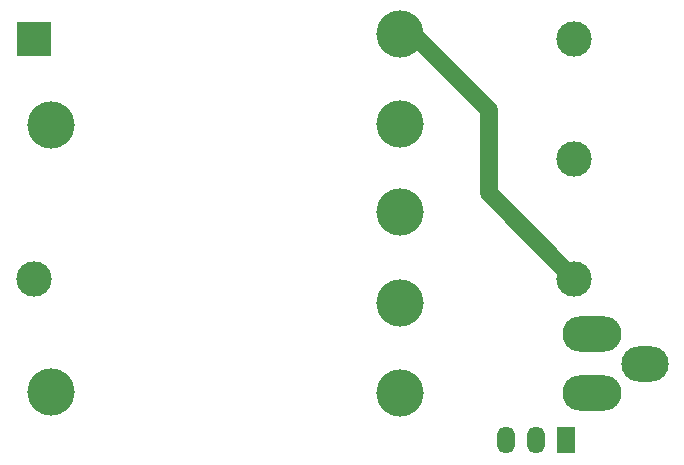
<source format=gbr>
G04 #@! TF.GenerationSoftware,KiCad,Pcbnew,(5.0.2)-1*
G04 #@! TF.CreationDate,2019-01-19T19:24:23-05:00*
G04 #@! TF.ProjectId,Keithley_177_power_repair,4b656974-686c-4657-995f-3137375f706f,rev?*
G04 #@! TF.SameCoordinates,Original*
G04 #@! TF.FileFunction,Copper,L2,Bot*
G04 #@! TF.FilePolarity,Positive*
%FSLAX46Y46*%
G04 Gerber Fmt 4.6, Leading zero omitted, Abs format (unit mm)*
G04 Created by KiCad (PCBNEW (5.0.2)-1) date 1/19/2019 7:24:23 PM*
%MOMM*%
%LPD*%
G01*
G04 APERTURE LIST*
G04 #@! TA.AperFunction,ComponentPad*
%ADD10O,5.000000X3.000000*%
G04 #@! TD*
G04 #@! TA.AperFunction,ComponentPad*
%ADD11O,4.000000X3.000000*%
G04 #@! TD*
G04 #@! TA.AperFunction,ComponentPad*
%ADD12C,4.000000*%
G04 #@! TD*
G04 #@! TA.AperFunction,ComponentPad*
%ADD13C,3.000000*%
G04 #@! TD*
G04 #@! TA.AperFunction,ComponentPad*
%ADD14R,3.000000X3.000000*%
G04 #@! TD*
G04 #@! TA.AperFunction,ComponentPad*
%ADD15R,1.500000X2.300000*%
G04 #@! TD*
G04 #@! TA.AperFunction,ComponentPad*
%ADD16O,1.500000X2.300000*%
G04 #@! TD*
G04 #@! TA.AperFunction,Conductor*
%ADD17C,2.000000*%
G04 #@! TD*
G04 #@! TA.AperFunction,Conductor*
%ADD18C,1.500000*%
G04 #@! TD*
G04 APERTURE END LIST*
D10*
G04 #@! TO.P,VR101,1*
G04 #@! TO.N,Net-(U1-Pad1)*
X81200000Y-78000000D03*
D11*
G04 #@! TO.P,VR101,2*
G04 #@! TO.N,GNDA*
X85700000Y-75500000D03*
D10*
G04 #@! TO.P,VR101,3*
G04 #@! TO.N,Net-(TP3-Pad1)*
X81200000Y-73000000D03*
G04 #@! TD*
D12*
G04 #@! TO.P,T101,2*
G04 #@! TO.N,+15V*
X65000000Y-78000000D03*
G04 #@! TO.P,T101,3*
G04 #@! TO.N,GND*
X65000000Y-70400000D03*
G04 #@! TO.P,T101,4*
G04 #@! TO.N,+15V*
X65000000Y-62700000D03*
G04 #@! TO.P,T101,5*
G04 #@! TO.N,GND*
X65000000Y-55200000D03*
G04 #@! TO.P,T101,6*
G04 #@! TO.N,-15V*
X65000000Y-47600000D03*
G04 #@! TO.P,T101,8*
G04 #@! TO.N,/N*
X35400000Y-55300000D03*
G04 #@! TO.P,T101,11*
G04 #@! TO.N,/L*
X35400000Y-77900000D03*
G04 #@! TD*
D13*
G04 #@! TO.P,T1,5*
G04 #@! TO.N,+15V*
X79720000Y-48000000D03*
G04 #@! TO.P,T1,4*
G04 #@! TO.N,GND*
X79720000Y-58160000D03*
G04 #@! TO.P,T1,3*
G04 #@! TO.N,-15V*
X79720000Y-68320000D03*
G04 #@! TO.P,T1,2*
G04 #@! TO.N,/L*
X34000000Y-68320000D03*
D14*
G04 #@! TO.P,T1,1*
G04 #@! TO.N,/N*
X34000000Y-48000000D03*
G04 #@! TD*
D15*
G04 #@! TO.P,U1,1*
G04 #@! TO.N,Net-(U1-Pad1)*
X79000000Y-82000000D03*
D16*
G04 #@! TO.P,U1,2*
G04 #@! TO.N,GNDA*
X76460000Y-82000000D03*
G04 #@! TO.P,U1,3*
G04 #@! TO.N,Net-(TP3-Pad1)*
X73920000Y-82000000D03*
G04 #@! TD*
D17*
G04 #@! TO.N,-15V*
X65000000Y-47600000D02*
X65600000Y-47600000D01*
D18*
X65000000Y-47600000D02*
X66100000Y-47600000D01*
X66100000Y-47600000D02*
X72500000Y-54000000D01*
X72500000Y-61100000D02*
X79720000Y-68320000D01*
X72500000Y-54000000D02*
X72500000Y-61100000D01*
G04 #@! TD*
M02*

</source>
